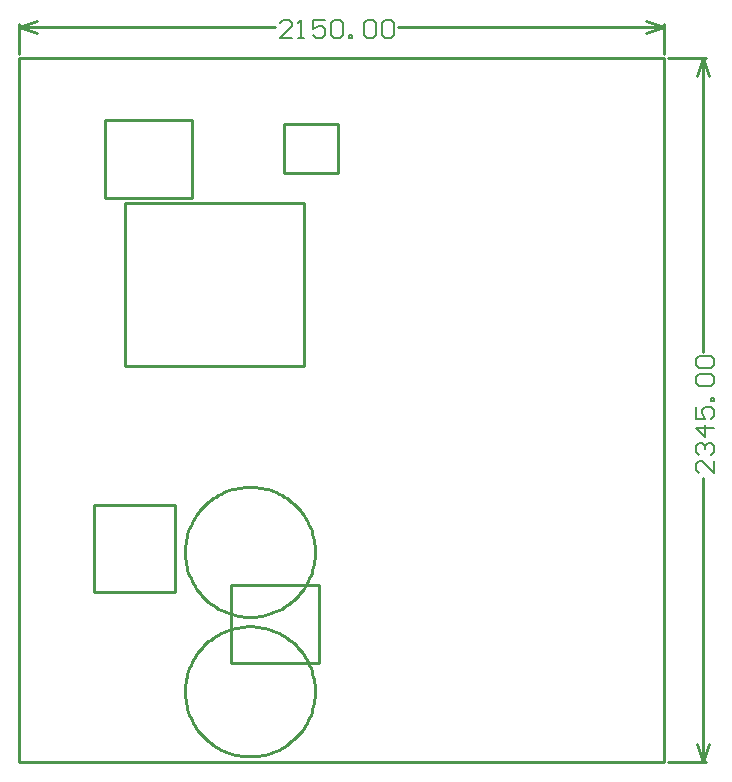
<source format=gm1>
G04*
G04 #@! TF.GenerationSoftware,Altium Limited,Altium Designer,20.1.12 (249)*
G04*
G04 Layer_Color=16711935*
%FSLAX25Y25*%
%MOIN*%
G70*
G04*
G04 #@! TF.SameCoordinates,52F10900-DB58-4C41-AEEA-7F3F7A3DCA95*
G04*
G04*
G04 #@! TF.FilePolarity,Positive*
G04*
G01*
G75*
%ADD10C,0.01000*%
%ADD102C,0.00600*%
D10*
X224153Y125000D02*
X224130Y126000D01*
X224061Y126998D01*
X223946Y127992D01*
X223785Y128979D01*
X223578Y129958D01*
X223327Y130926D01*
X223031Y131881D01*
X222691Y132822D01*
X222308Y133746D01*
X221883Y134652D01*
X221417Y135537D01*
X220910Y136399D01*
X220364Y137237D01*
X219780Y138049D01*
X219159Y138833D01*
X218502Y139588D01*
X217811Y140311D01*
X217088Y141002D01*
X216333Y141659D01*
X215549Y142280D01*
X214737Y142864D01*
X213899Y143410D01*
X213037Y143917D01*
X212152Y144384D01*
X211246Y144808D01*
X210322Y145191D01*
X209381Y145531D01*
X208426Y145827D01*
X207458Y146078D01*
X206479Y146285D01*
X205492Y146446D01*
X204498Y146561D01*
X203500Y146630D01*
X202500Y146653D01*
X201500Y146630D01*
X200502Y146561D01*
X199508Y146446D01*
X198521Y146285D01*
X197542Y146078D01*
X196574Y145827D01*
X195619Y145531D01*
X194678Y145191D01*
X193754Y144808D01*
X192848Y144384D01*
X191963Y143917D01*
X191101Y143410D01*
X190263Y142864D01*
X189451Y142280D01*
X188667Y141659D01*
X187912Y141002D01*
X187189Y140311D01*
X186498Y139588D01*
X185841Y138833D01*
X185220Y138049D01*
X184636Y137237D01*
X184090Y136399D01*
X183583Y135537D01*
X183116Y134652D01*
X182692Y133746D01*
X182309Y132822D01*
X181969Y131881D01*
X181673Y130926D01*
X181422Y129958D01*
X181215Y128979D01*
X181054Y127992D01*
X180939Y126998D01*
X180870Y126000D01*
X180847Y125000D01*
X180870Y124000D01*
X180939Y123002D01*
X181054Y122008D01*
X181215Y121021D01*
X181422Y120042D01*
X181673Y119074D01*
X181969Y118119D01*
X182309Y117178D01*
X182692Y116254D01*
X183117Y115348D01*
X183583Y114463D01*
X184090Y113601D01*
X184636Y112763D01*
X185220Y111951D01*
X185841Y111167D01*
X186498Y110412D01*
X187189Y109689D01*
X187912Y108998D01*
X188667Y108341D01*
X189451Y107720D01*
X190263Y107136D01*
X191101Y106590D01*
X191963Y106083D01*
X192848Y105616D01*
X193754Y105191D01*
X194678Y104809D01*
X195619Y104469D01*
X196574Y104173D01*
X197543Y103922D01*
X198521Y103715D01*
X199509Y103554D01*
X200502Y103439D01*
X201500Y103370D01*
X202500Y103347D01*
X203500Y103370D01*
X204498Y103439D01*
X205492Y103554D01*
X206479Y103715D01*
X207458Y103922D01*
X208426Y104173D01*
X209381Y104469D01*
X210322Y104809D01*
X211246Y105192D01*
X212152Y105617D01*
X213037Y106083D01*
X213899Y106590D01*
X214737Y107136D01*
X215549Y107720D01*
X216333Y108341D01*
X217088Y108998D01*
X217811Y109689D01*
X218502Y110412D01*
X219159Y111167D01*
X219780Y111951D01*
X220364Y112763D01*
X220910Y113601D01*
X221417Y114463D01*
X221884Y115348D01*
X222309Y116254D01*
X222691Y117178D01*
X223031Y118119D01*
X223327Y119074D01*
X223578Y120043D01*
X223785Y121021D01*
X223946Y122009D01*
X224061Y123002D01*
X224130Y124000D01*
X224153Y125000D01*
Y171500D02*
X224130Y172500D01*
X224061Y173498D01*
X223946Y174492D01*
X223785Y175479D01*
X223578Y176458D01*
X223327Y177426D01*
X223031Y178381D01*
X222691Y179322D01*
X222308Y180246D01*
X221883Y181152D01*
X221417Y182037D01*
X220910Y182899D01*
X220364Y183737D01*
X219780Y184549D01*
X219159Y185333D01*
X218502Y186088D01*
X217811Y186811D01*
X217088Y187502D01*
X216333Y188159D01*
X215549Y188780D01*
X214737Y189364D01*
X213899Y189910D01*
X213037Y190417D01*
X212152Y190884D01*
X211246Y191308D01*
X210322Y191691D01*
X209381Y192031D01*
X208426Y192327D01*
X207458Y192578D01*
X206479Y192785D01*
X205492Y192946D01*
X204498Y193061D01*
X203500Y193130D01*
X202500Y193154D01*
X201500Y193130D01*
X200502Y193061D01*
X199508Y192946D01*
X198521Y192785D01*
X197542Y192578D01*
X196574Y192327D01*
X195619Y192031D01*
X194678Y191691D01*
X193754Y191308D01*
X192848Y190884D01*
X191963Y190417D01*
X191101Y189910D01*
X190263Y189364D01*
X189451Y188780D01*
X188667Y188159D01*
X187912Y187502D01*
X187189Y186811D01*
X186498Y186088D01*
X185841Y185333D01*
X185220Y184549D01*
X184636Y183737D01*
X184090Y182899D01*
X183583Y182037D01*
X183116Y181152D01*
X182692Y180246D01*
X182309Y179322D01*
X181969Y178381D01*
X181673Y177426D01*
X181422Y176458D01*
X181215Y175479D01*
X181054Y174492D01*
X180939Y173498D01*
X180870Y172500D01*
X180847Y171500D01*
X180870Y170500D01*
X180939Y169502D01*
X181054Y168508D01*
X181215Y167521D01*
X181422Y166542D01*
X181673Y165574D01*
X181969Y164619D01*
X182309Y163678D01*
X182692Y162754D01*
X183117Y161848D01*
X183583Y160963D01*
X184090Y160101D01*
X184636Y159263D01*
X185220Y158451D01*
X185841Y157667D01*
X186498Y156912D01*
X187189Y156189D01*
X187912Y155498D01*
X188667Y154841D01*
X189451Y154220D01*
X190263Y153636D01*
X191101Y153090D01*
X191963Y152583D01*
X192848Y152117D01*
X193754Y151691D01*
X194678Y151309D01*
X195619Y150969D01*
X196574Y150673D01*
X197543Y150422D01*
X198521Y150215D01*
X199509Y150054D01*
X200502Y149939D01*
X201500Y149870D01*
X202500Y149846D01*
X203500Y149870D01*
X204498Y149939D01*
X205492Y150054D01*
X206479Y150215D01*
X207458Y150422D01*
X208426Y150673D01*
X209381Y150969D01*
X210322Y151309D01*
X211246Y151691D01*
X212152Y152117D01*
X213037Y152583D01*
X213899Y153090D01*
X214737Y153636D01*
X215549Y154220D01*
X216333Y154841D01*
X217088Y155498D01*
X217811Y156189D01*
X218502Y156912D01*
X219159Y157667D01*
X219780Y158451D01*
X220364Y159263D01*
X220910Y160101D01*
X221417Y160963D01*
X221884Y161848D01*
X222309Y162754D01*
X222691Y163678D01*
X223031Y164619D01*
X223327Y165574D01*
X223578Y166543D01*
X223785Y167521D01*
X223946Y168509D01*
X224061Y169502D01*
X224130Y170500D01*
X224153Y171500D01*
X232000Y297800D02*
Y314100D01*
X214000Y297800D02*
X232000D01*
X214000Y314200D02*
X232000D01*
X214000Y297800D02*
Y314200D01*
X150500Y187275D02*
X177500D01*
Y158275D02*
Y187275D01*
X150500Y158275D02*
Y187275D01*
Y158275D02*
X177500D01*
X160700Y233400D02*
Y287800D01*
Y233400D02*
X220500D01*
Y287800D01*
X160700D02*
X220500D01*
X154100Y289401D02*
X183200D01*
X154100D02*
Y315301D01*
X183200D01*
Y289401D02*
Y315301D01*
X196300Y160300D02*
X225400D01*
Y134400D02*
Y160300D01*
X196300Y134400D02*
X225400D01*
X196300D02*
Y160300D01*
X340500Y101500D02*
X340500Y336000D01*
X125500Y336000D02*
X340500Y336000D01*
X125500Y101500D02*
X340500D01*
X125500Y336000D02*
X125500Y101500D01*
X351500Y107500D02*
X353500Y101500D01*
X355500Y107500D01*
X353500Y336000D02*
X355500Y330000D01*
X351500D02*
X353500Y336000D01*
Y101500D02*
Y196056D01*
Y238244D02*
Y336000D01*
X342000Y101500D02*
X354500D01*
X342000Y336000D02*
X354500D01*
X125500Y346500D02*
X131500Y348500D01*
X125500Y346500D02*
X131500Y344500D01*
X334500D02*
X340500Y346500D01*
X334500Y348500D02*
X340500Y346500D01*
X125500D02*
X210806D01*
X251994D02*
X340500D01*
X125500Y337500D02*
Y347500D01*
X340500Y337500D02*
Y347500D01*
D102*
X357099Y201655D02*
Y197656D01*
X353100Y201655D01*
X352101D01*
X351101Y200655D01*
Y198656D01*
X352101Y197656D01*
Y203654D02*
X351101Y204654D01*
Y206653D01*
X352101Y207653D01*
X353100D01*
X354100Y206653D01*
Y205654D01*
Y206653D01*
X355100Y207653D01*
X356099D01*
X357099Y206653D01*
Y204654D01*
X356099Y203654D01*
X357099Y212651D02*
X351101D01*
X354100Y209652D01*
Y213651D01*
X351101Y219649D02*
Y215651D01*
X354100D01*
X353100Y217650D01*
Y218650D01*
X354100Y219649D01*
X356099D01*
X357099Y218650D01*
Y216650D01*
X356099Y215651D01*
X357099Y221649D02*
X356099D01*
Y222648D01*
X357099D01*
Y221649D01*
X352101Y226647D02*
X351101Y227647D01*
Y229646D01*
X352101Y230646D01*
X356099D01*
X357099Y229646D01*
Y227647D01*
X356099Y226647D01*
X352101D01*
Y232645D02*
X351101Y233645D01*
Y235644D01*
X352101Y236644D01*
X356099D01*
X357099Y235644D01*
Y233645D01*
X356099Y232645D01*
X352101D01*
X216405Y342901D02*
X212406D01*
X216405Y346900D01*
Y347899D01*
X215405Y348899D01*
X213406D01*
X212406Y347899D01*
X218404Y342901D02*
X220404D01*
X219404D01*
Y348899D01*
X218404Y347899D01*
X227401Y348899D02*
X223403D01*
Y345900D01*
X225402Y346900D01*
X226402D01*
X227401Y345900D01*
Y343901D01*
X226402Y342901D01*
X224402D01*
X223403Y343901D01*
X229401Y347899D02*
X230400Y348899D01*
X232400D01*
X233399Y347899D01*
Y343901D01*
X232400Y342901D01*
X230400D01*
X229401Y343901D01*
Y347899D01*
X235399Y342901D02*
Y343901D01*
X236398D01*
Y342901D01*
X235399D01*
X240397Y347899D02*
X241397Y348899D01*
X243396D01*
X244396Y347899D01*
Y343901D01*
X243396Y342901D01*
X241397D01*
X240397Y343901D01*
Y347899D01*
X246395D02*
X247395Y348899D01*
X249394D01*
X250394Y347899D01*
Y343901D01*
X249394Y342901D01*
X247395D01*
X246395Y343901D01*
Y347899D01*
M02*

</source>
